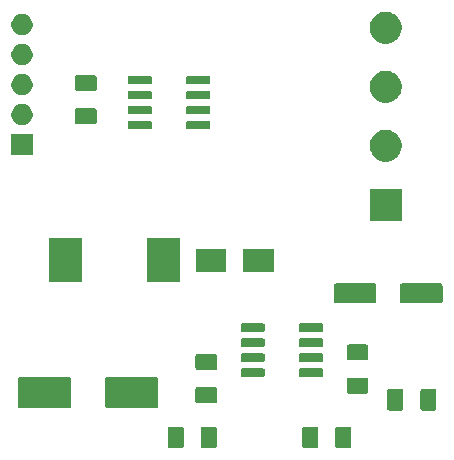
<source format=gbr>
G04 #@! TF.GenerationSoftware,KiCad,Pcbnew,(5.1.5)-3*
G04 #@! TF.CreationDate,2020-03-21T18:19:31+03:00*
G04 #@! TF.ProjectId,CAN+Power v0.1,43414e2b-506f-4776-9572-2076302e312e,rev?*
G04 #@! TF.SameCoordinates,Original*
G04 #@! TF.FileFunction,Soldermask,Top*
G04 #@! TF.FilePolarity,Negative*
%FSLAX46Y46*%
G04 Gerber Fmt 4.6, Leading zero omitted, Abs format (unit mm)*
G04 Created by KiCad (PCBNEW (5.1.5)-3) date 2020-03-21 18:19:31*
%MOMM*%
%LPD*%
G04 APERTURE LIST*
%ADD10C,0.100000*%
G04 APERTURE END LIST*
D10*
G36*
X139718604Y-111878347D02*
G01*
X139755144Y-111889432D01*
X139788821Y-111907433D01*
X139818341Y-111931659D01*
X139842567Y-111961179D01*
X139860568Y-111994856D01*
X139871653Y-112031396D01*
X139876000Y-112075538D01*
X139876000Y-113524462D01*
X139871653Y-113568604D01*
X139860568Y-113605144D01*
X139842567Y-113638821D01*
X139818341Y-113668341D01*
X139788821Y-113692567D01*
X139755144Y-113710568D01*
X139718604Y-113721653D01*
X139674462Y-113726000D01*
X138725538Y-113726000D01*
X138681396Y-113721653D01*
X138644856Y-113710568D01*
X138611179Y-113692567D01*
X138581659Y-113668341D01*
X138557433Y-113638821D01*
X138539432Y-113605144D01*
X138528347Y-113568604D01*
X138524000Y-113524462D01*
X138524000Y-112075538D01*
X138528347Y-112031396D01*
X138539432Y-111994856D01*
X138557433Y-111961179D01*
X138581659Y-111931659D01*
X138611179Y-111907433D01*
X138644856Y-111889432D01*
X138681396Y-111878347D01*
X138725538Y-111874000D01*
X139674462Y-111874000D01*
X139718604Y-111878347D01*
G37*
G36*
X148318604Y-111878347D02*
G01*
X148355144Y-111889432D01*
X148388821Y-111907433D01*
X148418341Y-111931659D01*
X148442567Y-111961179D01*
X148460568Y-111994856D01*
X148471653Y-112031396D01*
X148476000Y-112075538D01*
X148476000Y-113524462D01*
X148471653Y-113568604D01*
X148460568Y-113605144D01*
X148442567Y-113638821D01*
X148418341Y-113668341D01*
X148388821Y-113692567D01*
X148355144Y-113710568D01*
X148318604Y-113721653D01*
X148274462Y-113726000D01*
X147325538Y-113726000D01*
X147281396Y-113721653D01*
X147244856Y-113710568D01*
X147211179Y-113692567D01*
X147181659Y-113668341D01*
X147157433Y-113638821D01*
X147139432Y-113605144D01*
X147128347Y-113568604D01*
X147124000Y-113524462D01*
X147124000Y-112075538D01*
X147128347Y-112031396D01*
X147139432Y-111994856D01*
X147157433Y-111961179D01*
X147181659Y-111931659D01*
X147211179Y-111907433D01*
X147244856Y-111889432D01*
X147281396Y-111878347D01*
X147325538Y-111874000D01*
X148274462Y-111874000D01*
X148318604Y-111878347D01*
G37*
G36*
X151118604Y-111878347D02*
G01*
X151155144Y-111889432D01*
X151188821Y-111907433D01*
X151218341Y-111931659D01*
X151242567Y-111961179D01*
X151260568Y-111994856D01*
X151271653Y-112031396D01*
X151276000Y-112075538D01*
X151276000Y-113524462D01*
X151271653Y-113568604D01*
X151260568Y-113605144D01*
X151242567Y-113638821D01*
X151218341Y-113668341D01*
X151188821Y-113692567D01*
X151155144Y-113710568D01*
X151118604Y-113721653D01*
X151074462Y-113726000D01*
X150125538Y-113726000D01*
X150081396Y-113721653D01*
X150044856Y-113710568D01*
X150011179Y-113692567D01*
X149981659Y-113668341D01*
X149957433Y-113638821D01*
X149939432Y-113605144D01*
X149928347Y-113568604D01*
X149924000Y-113524462D01*
X149924000Y-112075538D01*
X149928347Y-112031396D01*
X149939432Y-111994856D01*
X149957433Y-111961179D01*
X149981659Y-111931659D01*
X150011179Y-111907433D01*
X150044856Y-111889432D01*
X150081396Y-111878347D01*
X150125538Y-111874000D01*
X151074462Y-111874000D01*
X151118604Y-111878347D01*
G37*
G36*
X136918604Y-111878347D02*
G01*
X136955144Y-111889432D01*
X136988821Y-111907433D01*
X137018341Y-111931659D01*
X137042567Y-111961179D01*
X137060568Y-111994856D01*
X137071653Y-112031396D01*
X137076000Y-112075538D01*
X137076000Y-113524462D01*
X137071653Y-113568604D01*
X137060568Y-113605144D01*
X137042567Y-113638821D01*
X137018341Y-113668341D01*
X136988821Y-113692567D01*
X136955144Y-113710568D01*
X136918604Y-113721653D01*
X136874462Y-113726000D01*
X135925538Y-113726000D01*
X135881396Y-113721653D01*
X135844856Y-113710568D01*
X135811179Y-113692567D01*
X135781659Y-113668341D01*
X135757433Y-113638821D01*
X135739432Y-113605144D01*
X135728347Y-113568604D01*
X135724000Y-113524462D01*
X135724000Y-112075538D01*
X135728347Y-112031396D01*
X135739432Y-111994856D01*
X135757433Y-111961179D01*
X135781659Y-111931659D01*
X135811179Y-111907433D01*
X135844856Y-111889432D01*
X135881396Y-111878347D01*
X135925538Y-111874000D01*
X136874462Y-111874000D01*
X136918604Y-111878347D01*
G37*
G36*
X158318604Y-108678347D02*
G01*
X158355144Y-108689432D01*
X158388821Y-108707433D01*
X158418341Y-108731659D01*
X158442567Y-108761179D01*
X158460568Y-108794856D01*
X158471653Y-108831396D01*
X158476000Y-108875538D01*
X158476000Y-110324462D01*
X158471653Y-110368604D01*
X158460568Y-110405144D01*
X158442567Y-110438821D01*
X158418341Y-110468341D01*
X158388821Y-110492567D01*
X158355144Y-110510568D01*
X158318604Y-110521653D01*
X158274462Y-110526000D01*
X157325538Y-110526000D01*
X157281396Y-110521653D01*
X157244856Y-110510568D01*
X157211179Y-110492567D01*
X157181659Y-110468341D01*
X157157433Y-110438821D01*
X157139432Y-110405144D01*
X157128347Y-110368604D01*
X157124000Y-110324462D01*
X157124000Y-108875538D01*
X157128347Y-108831396D01*
X157139432Y-108794856D01*
X157157433Y-108761179D01*
X157181659Y-108731659D01*
X157211179Y-108707433D01*
X157244856Y-108689432D01*
X157281396Y-108678347D01*
X157325538Y-108674000D01*
X158274462Y-108674000D01*
X158318604Y-108678347D01*
G37*
G36*
X155518604Y-108678347D02*
G01*
X155555144Y-108689432D01*
X155588821Y-108707433D01*
X155618341Y-108731659D01*
X155642567Y-108761179D01*
X155660568Y-108794856D01*
X155671653Y-108831396D01*
X155676000Y-108875538D01*
X155676000Y-110324462D01*
X155671653Y-110368604D01*
X155660568Y-110405144D01*
X155642567Y-110438821D01*
X155618341Y-110468341D01*
X155588821Y-110492567D01*
X155555144Y-110510568D01*
X155518604Y-110521653D01*
X155474462Y-110526000D01*
X154525538Y-110526000D01*
X154481396Y-110521653D01*
X154444856Y-110510568D01*
X154411179Y-110492567D01*
X154381659Y-110468341D01*
X154357433Y-110438821D01*
X154339432Y-110405144D01*
X154328347Y-110368604D01*
X154324000Y-110324462D01*
X154324000Y-108875538D01*
X154328347Y-108831396D01*
X154339432Y-108794856D01*
X154357433Y-108761179D01*
X154381659Y-108731659D01*
X154411179Y-108707433D01*
X154444856Y-108689432D01*
X154481396Y-108678347D01*
X154525538Y-108674000D01*
X155474462Y-108674000D01*
X155518604Y-108678347D01*
G37*
G36*
X127421934Y-107702671D02*
G01*
X127451877Y-107711754D01*
X127479465Y-107726500D01*
X127503651Y-107746349D01*
X127523500Y-107770535D01*
X127538246Y-107798123D01*
X127547329Y-107828066D01*
X127551000Y-107865340D01*
X127551000Y-110134660D01*
X127547329Y-110171934D01*
X127538246Y-110201877D01*
X127523500Y-110229465D01*
X127503651Y-110253651D01*
X127479465Y-110273500D01*
X127451877Y-110288246D01*
X127421934Y-110297329D01*
X127384660Y-110301000D01*
X123215340Y-110301000D01*
X123178066Y-110297329D01*
X123148123Y-110288246D01*
X123120535Y-110273500D01*
X123096349Y-110253651D01*
X123076500Y-110229465D01*
X123061754Y-110201877D01*
X123052671Y-110171934D01*
X123049000Y-110134660D01*
X123049000Y-107865340D01*
X123052671Y-107828066D01*
X123061754Y-107798123D01*
X123076500Y-107770535D01*
X123096349Y-107746349D01*
X123120535Y-107726500D01*
X123148123Y-107711754D01*
X123178066Y-107702671D01*
X123215340Y-107699000D01*
X127384660Y-107699000D01*
X127421934Y-107702671D01*
G37*
G36*
X134821934Y-107702671D02*
G01*
X134851877Y-107711754D01*
X134879465Y-107726500D01*
X134903651Y-107746349D01*
X134923500Y-107770535D01*
X134938246Y-107798123D01*
X134947329Y-107828066D01*
X134951000Y-107865340D01*
X134951000Y-110134660D01*
X134947329Y-110171934D01*
X134938246Y-110201877D01*
X134923500Y-110229465D01*
X134903651Y-110253651D01*
X134879465Y-110273500D01*
X134851877Y-110288246D01*
X134821934Y-110297329D01*
X134784660Y-110301000D01*
X130615340Y-110301000D01*
X130578066Y-110297329D01*
X130548123Y-110288246D01*
X130520535Y-110273500D01*
X130496349Y-110253651D01*
X130476500Y-110229465D01*
X130461754Y-110201877D01*
X130452671Y-110171934D01*
X130449000Y-110134660D01*
X130449000Y-107865340D01*
X130452671Y-107828066D01*
X130461754Y-107798123D01*
X130476500Y-107770535D01*
X130496349Y-107746349D01*
X130520535Y-107726500D01*
X130548123Y-107711754D01*
X130578066Y-107702671D01*
X130615340Y-107699000D01*
X134784660Y-107699000D01*
X134821934Y-107702671D01*
G37*
G36*
X139768604Y-108528347D02*
G01*
X139805144Y-108539432D01*
X139838821Y-108557433D01*
X139868341Y-108581659D01*
X139892567Y-108611179D01*
X139910568Y-108644856D01*
X139921653Y-108681396D01*
X139926000Y-108725538D01*
X139926000Y-109674462D01*
X139921653Y-109718604D01*
X139910568Y-109755144D01*
X139892567Y-109788821D01*
X139868341Y-109818341D01*
X139838821Y-109842567D01*
X139805144Y-109860568D01*
X139768604Y-109871653D01*
X139724462Y-109876000D01*
X138275538Y-109876000D01*
X138231396Y-109871653D01*
X138194856Y-109860568D01*
X138161179Y-109842567D01*
X138131659Y-109818341D01*
X138107433Y-109788821D01*
X138089432Y-109755144D01*
X138078347Y-109718604D01*
X138074000Y-109674462D01*
X138074000Y-108725538D01*
X138078347Y-108681396D01*
X138089432Y-108644856D01*
X138107433Y-108611179D01*
X138131659Y-108581659D01*
X138161179Y-108557433D01*
X138194856Y-108539432D01*
X138231396Y-108528347D01*
X138275538Y-108524000D01*
X139724462Y-108524000D01*
X139768604Y-108528347D01*
G37*
G36*
X152568604Y-107728347D02*
G01*
X152605144Y-107739432D01*
X152638821Y-107757433D01*
X152668341Y-107781659D01*
X152692567Y-107811179D01*
X152710568Y-107844856D01*
X152721653Y-107881396D01*
X152726000Y-107925538D01*
X152726000Y-108874462D01*
X152721653Y-108918604D01*
X152710568Y-108955144D01*
X152692567Y-108988821D01*
X152668341Y-109018341D01*
X152638821Y-109042567D01*
X152605144Y-109060568D01*
X152568604Y-109071653D01*
X152524462Y-109076000D01*
X151075538Y-109076000D01*
X151031396Y-109071653D01*
X150994856Y-109060568D01*
X150961179Y-109042567D01*
X150931659Y-109018341D01*
X150907433Y-108988821D01*
X150889432Y-108955144D01*
X150878347Y-108918604D01*
X150874000Y-108874462D01*
X150874000Y-107925538D01*
X150878347Y-107881396D01*
X150889432Y-107844856D01*
X150907433Y-107811179D01*
X150931659Y-107781659D01*
X150961179Y-107757433D01*
X150994856Y-107739432D01*
X151031396Y-107728347D01*
X151075538Y-107724000D01*
X152524462Y-107724000D01*
X152568604Y-107728347D01*
G37*
G36*
X143859928Y-106956764D02*
G01*
X143881009Y-106963160D01*
X143900445Y-106973548D01*
X143917476Y-106987524D01*
X143931452Y-107004555D01*
X143941840Y-107023991D01*
X143948236Y-107045072D01*
X143951000Y-107073140D01*
X143951000Y-107536860D01*
X143948236Y-107564928D01*
X143941840Y-107586009D01*
X143931452Y-107605445D01*
X143917476Y-107622476D01*
X143900445Y-107636452D01*
X143881009Y-107646840D01*
X143859928Y-107653236D01*
X143831860Y-107656000D01*
X142018140Y-107656000D01*
X141990072Y-107653236D01*
X141968991Y-107646840D01*
X141949555Y-107636452D01*
X141932524Y-107622476D01*
X141918548Y-107605445D01*
X141908160Y-107586009D01*
X141901764Y-107564928D01*
X141899000Y-107536860D01*
X141899000Y-107073140D01*
X141901764Y-107045072D01*
X141908160Y-107023991D01*
X141918548Y-107004555D01*
X141932524Y-106987524D01*
X141949555Y-106973548D01*
X141968991Y-106963160D01*
X141990072Y-106956764D01*
X142018140Y-106954000D01*
X143831860Y-106954000D01*
X143859928Y-106956764D01*
G37*
G36*
X148809928Y-106956764D02*
G01*
X148831009Y-106963160D01*
X148850445Y-106973548D01*
X148867476Y-106987524D01*
X148881452Y-107004555D01*
X148891840Y-107023991D01*
X148898236Y-107045072D01*
X148901000Y-107073140D01*
X148901000Y-107536860D01*
X148898236Y-107564928D01*
X148891840Y-107586009D01*
X148881452Y-107605445D01*
X148867476Y-107622476D01*
X148850445Y-107636452D01*
X148831009Y-107646840D01*
X148809928Y-107653236D01*
X148781860Y-107656000D01*
X146968140Y-107656000D01*
X146940072Y-107653236D01*
X146918991Y-107646840D01*
X146899555Y-107636452D01*
X146882524Y-107622476D01*
X146868548Y-107605445D01*
X146858160Y-107586009D01*
X146851764Y-107564928D01*
X146849000Y-107536860D01*
X146849000Y-107073140D01*
X146851764Y-107045072D01*
X146858160Y-107023991D01*
X146868548Y-107004555D01*
X146882524Y-106987524D01*
X146899555Y-106973548D01*
X146918991Y-106963160D01*
X146940072Y-106956764D01*
X146968140Y-106954000D01*
X148781860Y-106954000D01*
X148809928Y-106956764D01*
G37*
G36*
X139768604Y-105728347D02*
G01*
X139805144Y-105739432D01*
X139838821Y-105757433D01*
X139868341Y-105781659D01*
X139892567Y-105811179D01*
X139910568Y-105844856D01*
X139921653Y-105881396D01*
X139926000Y-105925538D01*
X139926000Y-106874462D01*
X139921653Y-106918604D01*
X139910568Y-106955144D01*
X139892567Y-106988821D01*
X139868341Y-107018341D01*
X139838821Y-107042567D01*
X139805144Y-107060568D01*
X139768604Y-107071653D01*
X139724462Y-107076000D01*
X138275538Y-107076000D01*
X138231396Y-107071653D01*
X138194856Y-107060568D01*
X138161179Y-107042567D01*
X138131659Y-107018341D01*
X138107433Y-106988821D01*
X138089432Y-106955144D01*
X138078347Y-106918604D01*
X138074000Y-106874462D01*
X138074000Y-105925538D01*
X138078347Y-105881396D01*
X138089432Y-105844856D01*
X138107433Y-105811179D01*
X138131659Y-105781659D01*
X138161179Y-105757433D01*
X138194856Y-105739432D01*
X138231396Y-105728347D01*
X138275538Y-105724000D01*
X139724462Y-105724000D01*
X139768604Y-105728347D01*
G37*
G36*
X148809928Y-105686764D02*
G01*
X148831009Y-105693160D01*
X148850445Y-105703548D01*
X148867476Y-105717524D01*
X148881452Y-105734555D01*
X148891840Y-105753991D01*
X148898236Y-105775072D01*
X148901000Y-105803140D01*
X148901000Y-106266860D01*
X148898236Y-106294928D01*
X148891840Y-106316009D01*
X148881452Y-106335445D01*
X148867476Y-106352476D01*
X148850445Y-106366452D01*
X148831009Y-106376840D01*
X148809928Y-106383236D01*
X148781860Y-106386000D01*
X146968140Y-106386000D01*
X146940072Y-106383236D01*
X146918991Y-106376840D01*
X146899555Y-106366452D01*
X146882524Y-106352476D01*
X146868548Y-106335445D01*
X146858160Y-106316009D01*
X146851764Y-106294928D01*
X146849000Y-106266860D01*
X146849000Y-105803140D01*
X146851764Y-105775072D01*
X146858160Y-105753991D01*
X146868548Y-105734555D01*
X146882524Y-105717524D01*
X146899555Y-105703548D01*
X146918991Y-105693160D01*
X146940072Y-105686764D01*
X146968140Y-105684000D01*
X148781860Y-105684000D01*
X148809928Y-105686764D01*
G37*
G36*
X143859928Y-105686764D02*
G01*
X143881009Y-105693160D01*
X143900445Y-105703548D01*
X143917476Y-105717524D01*
X143931452Y-105734555D01*
X143941840Y-105753991D01*
X143948236Y-105775072D01*
X143951000Y-105803140D01*
X143951000Y-106266860D01*
X143948236Y-106294928D01*
X143941840Y-106316009D01*
X143931452Y-106335445D01*
X143917476Y-106352476D01*
X143900445Y-106366452D01*
X143881009Y-106376840D01*
X143859928Y-106383236D01*
X143831860Y-106386000D01*
X142018140Y-106386000D01*
X141990072Y-106383236D01*
X141968991Y-106376840D01*
X141949555Y-106366452D01*
X141932524Y-106352476D01*
X141918548Y-106335445D01*
X141908160Y-106316009D01*
X141901764Y-106294928D01*
X141899000Y-106266860D01*
X141899000Y-105803140D01*
X141901764Y-105775072D01*
X141908160Y-105753991D01*
X141918548Y-105734555D01*
X141932524Y-105717524D01*
X141949555Y-105703548D01*
X141968991Y-105693160D01*
X141990072Y-105686764D01*
X142018140Y-105684000D01*
X143831860Y-105684000D01*
X143859928Y-105686764D01*
G37*
G36*
X152568604Y-104928347D02*
G01*
X152605144Y-104939432D01*
X152638821Y-104957433D01*
X152668341Y-104981659D01*
X152692567Y-105011179D01*
X152710568Y-105044856D01*
X152721653Y-105081396D01*
X152726000Y-105125538D01*
X152726000Y-106074462D01*
X152721653Y-106118604D01*
X152710568Y-106155144D01*
X152692567Y-106188821D01*
X152668341Y-106218341D01*
X152638821Y-106242567D01*
X152605144Y-106260568D01*
X152568604Y-106271653D01*
X152524462Y-106276000D01*
X151075538Y-106276000D01*
X151031396Y-106271653D01*
X150994856Y-106260568D01*
X150961179Y-106242567D01*
X150931659Y-106218341D01*
X150907433Y-106188821D01*
X150889432Y-106155144D01*
X150878347Y-106118604D01*
X150874000Y-106074462D01*
X150874000Y-105125538D01*
X150878347Y-105081396D01*
X150889432Y-105044856D01*
X150907433Y-105011179D01*
X150931659Y-104981659D01*
X150961179Y-104957433D01*
X150994856Y-104939432D01*
X151031396Y-104928347D01*
X151075538Y-104924000D01*
X152524462Y-104924000D01*
X152568604Y-104928347D01*
G37*
G36*
X148809928Y-104416764D02*
G01*
X148831009Y-104423160D01*
X148850445Y-104433548D01*
X148867476Y-104447524D01*
X148881452Y-104464555D01*
X148891840Y-104483991D01*
X148898236Y-104505072D01*
X148901000Y-104533140D01*
X148901000Y-104996860D01*
X148898236Y-105024928D01*
X148891840Y-105046009D01*
X148881452Y-105065445D01*
X148867476Y-105082476D01*
X148850445Y-105096452D01*
X148831009Y-105106840D01*
X148809928Y-105113236D01*
X148781860Y-105116000D01*
X146968140Y-105116000D01*
X146940072Y-105113236D01*
X146918991Y-105106840D01*
X146899555Y-105096452D01*
X146882524Y-105082476D01*
X146868548Y-105065445D01*
X146858160Y-105046009D01*
X146851764Y-105024928D01*
X146849000Y-104996860D01*
X146849000Y-104533140D01*
X146851764Y-104505072D01*
X146858160Y-104483991D01*
X146868548Y-104464555D01*
X146882524Y-104447524D01*
X146899555Y-104433548D01*
X146918991Y-104423160D01*
X146940072Y-104416764D01*
X146968140Y-104414000D01*
X148781860Y-104414000D01*
X148809928Y-104416764D01*
G37*
G36*
X143859928Y-104416764D02*
G01*
X143881009Y-104423160D01*
X143900445Y-104433548D01*
X143917476Y-104447524D01*
X143931452Y-104464555D01*
X143941840Y-104483991D01*
X143948236Y-104505072D01*
X143951000Y-104533140D01*
X143951000Y-104996860D01*
X143948236Y-105024928D01*
X143941840Y-105046009D01*
X143931452Y-105065445D01*
X143917476Y-105082476D01*
X143900445Y-105096452D01*
X143881009Y-105106840D01*
X143859928Y-105113236D01*
X143831860Y-105116000D01*
X142018140Y-105116000D01*
X141990072Y-105113236D01*
X141968991Y-105106840D01*
X141949555Y-105096452D01*
X141932524Y-105082476D01*
X141918548Y-105065445D01*
X141908160Y-105046009D01*
X141901764Y-105024928D01*
X141899000Y-104996860D01*
X141899000Y-104533140D01*
X141901764Y-104505072D01*
X141908160Y-104483991D01*
X141918548Y-104464555D01*
X141932524Y-104447524D01*
X141949555Y-104433548D01*
X141968991Y-104423160D01*
X141990072Y-104416764D01*
X142018140Y-104414000D01*
X143831860Y-104414000D01*
X143859928Y-104416764D01*
G37*
G36*
X148809928Y-103146764D02*
G01*
X148831009Y-103153160D01*
X148850445Y-103163548D01*
X148867476Y-103177524D01*
X148881452Y-103194555D01*
X148891840Y-103213991D01*
X148898236Y-103235072D01*
X148901000Y-103263140D01*
X148901000Y-103726860D01*
X148898236Y-103754928D01*
X148891840Y-103776009D01*
X148881452Y-103795445D01*
X148867476Y-103812476D01*
X148850445Y-103826452D01*
X148831009Y-103836840D01*
X148809928Y-103843236D01*
X148781860Y-103846000D01*
X146968140Y-103846000D01*
X146940072Y-103843236D01*
X146918991Y-103836840D01*
X146899555Y-103826452D01*
X146882524Y-103812476D01*
X146868548Y-103795445D01*
X146858160Y-103776009D01*
X146851764Y-103754928D01*
X146849000Y-103726860D01*
X146849000Y-103263140D01*
X146851764Y-103235072D01*
X146858160Y-103213991D01*
X146868548Y-103194555D01*
X146882524Y-103177524D01*
X146899555Y-103163548D01*
X146918991Y-103153160D01*
X146940072Y-103146764D01*
X146968140Y-103144000D01*
X148781860Y-103144000D01*
X148809928Y-103146764D01*
G37*
G36*
X143859928Y-103146764D02*
G01*
X143881009Y-103153160D01*
X143900445Y-103163548D01*
X143917476Y-103177524D01*
X143931452Y-103194555D01*
X143941840Y-103213991D01*
X143948236Y-103235072D01*
X143951000Y-103263140D01*
X143951000Y-103726860D01*
X143948236Y-103754928D01*
X143941840Y-103776009D01*
X143931452Y-103795445D01*
X143917476Y-103812476D01*
X143900445Y-103826452D01*
X143881009Y-103836840D01*
X143859928Y-103843236D01*
X143831860Y-103846000D01*
X142018140Y-103846000D01*
X141990072Y-103843236D01*
X141968991Y-103836840D01*
X141949555Y-103826452D01*
X141932524Y-103812476D01*
X141918548Y-103795445D01*
X141908160Y-103776009D01*
X141901764Y-103754928D01*
X141899000Y-103726860D01*
X141899000Y-103263140D01*
X141901764Y-103235072D01*
X141908160Y-103213991D01*
X141918548Y-103194555D01*
X141932524Y-103177524D01*
X141949555Y-103163548D01*
X141968991Y-103153160D01*
X141990072Y-103146764D01*
X142018140Y-103144000D01*
X143831860Y-103144000D01*
X143859928Y-103146764D01*
G37*
G36*
X153255997Y-99753051D02*
G01*
X153289652Y-99763261D01*
X153320665Y-99779838D01*
X153347851Y-99802149D01*
X153370162Y-99829335D01*
X153386739Y-99860348D01*
X153396949Y-99894003D01*
X153401000Y-99935138D01*
X153401000Y-101264862D01*
X153396949Y-101305997D01*
X153386739Y-101339652D01*
X153370162Y-101370665D01*
X153347851Y-101397851D01*
X153320665Y-101420162D01*
X153289652Y-101436739D01*
X153255997Y-101446949D01*
X153214862Y-101451000D01*
X149985138Y-101451000D01*
X149944003Y-101446949D01*
X149910348Y-101436739D01*
X149879335Y-101420162D01*
X149852149Y-101397851D01*
X149829838Y-101370665D01*
X149813261Y-101339652D01*
X149803051Y-101305997D01*
X149799000Y-101264862D01*
X149799000Y-99935138D01*
X149803051Y-99894003D01*
X149813261Y-99860348D01*
X149829838Y-99829335D01*
X149852149Y-99802149D01*
X149879335Y-99779838D01*
X149910348Y-99763261D01*
X149944003Y-99753051D01*
X149985138Y-99749000D01*
X153214862Y-99749000D01*
X153255997Y-99753051D01*
G37*
G36*
X158856392Y-99753042D02*
G01*
X158889951Y-99763223D01*
X158920884Y-99779757D01*
X158947995Y-99802005D01*
X158970243Y-99829116D01*
X158986777Y-99860049D01*
X158996958Y-99893608D01*
X159001000Y-99934652D01*
X159001000Y-101265348D01*
X158996958Y-101306392D01*
X158986777Y-101339951D01*
X158970243Y-101370884D01*
X158947995Y-101397995D01*
X158920884Y-101420243D01*
X158889951Y-101436777D01*
X158856392Y-101446958D01*
X158815348Y-101451000D01*
X155584652Y-101451000D01*
X155543608Y-101446958D01*
X155510049Y-101436777D01*
X155479116Y-101420243D01*
X155452005Y-101397995D01*
X155429757Y-101370884D01*
X155413223Y-101339951D01*
X155403042Y-101306392D01*
X155399000Y-101265348D01*
X155399000Y-99934652D01*
X155403042Y-99893608D01*
X155413223Y-99860049D01*
X155429757Y-99829116D01*
X155452005Y-99802005D01*
X155479116Y-99779757D01*
X155510049Y-99763223D01*
X155543608Y-99753042D01*
X155584652Y-99749000D01*
X158815348Y-99749000D01*
X158856392Y-99753042D01*
G37*
G36*
X136751000Y-99651000D02*
G01*
X133949000Y-99651000D01*
X133949000Y-95949000D01*
X136751000Y-95949000D01*
X136751000Y-99651000D01*
G37*
G36*
X128451000Y-99651000D02*
G01*
X125649000Y-99651000D01*
X125649000Y-95949000D01*
X128451000Y-95949000D01*
X128451000Y-99651000D01*
G37*
G36*
X144701000Y-98751000D02*
G01*
X142099000Y-98751000D01*
X142099000Y-96849000D01*
X144701000Y-96849000D01*
X144701000Y-98751000D01*
G37*
G36*
X140701000Y-98751000D02*
G01*
X138099000Y-98751000D01*
X138099000Y-96849000D01*
X140701000Y-96849000D01*
X140701000Y-98751000D01*
G37*
G36*
X155551000Y-94451000D02*
G01*
X152849000Y-94451000D01*
X152849000Y-91749000D01*
X155551000Y-91749000D01*
X155551000Y-94451000D01*
G37*
G36*
X154594072Y-86800918D02*
G01*
X154839939Y-86902759D01*
X155061212Y-87050610D01*
X155249390Y-87238788D01*
X155397241Y-87460061D01*
X155499082Y-87705928D01*
X155551000Y-87966938D01*
X155551000Y-88233062D01*
X155499082Y-88494072D01*
X155397241Y-88739939D01*
X155249390Y-88961212D01*
X155061212Y-89149390D01*
X154839939Y-89297241D01*
X154839938Y-89297242D01*
X154839937Y-89297242D01*
X154594072Y-89399082D01*
X154333063Y-89451000D01*
X154066937Y-89451000D01*
X153805928Y-89399082D01*
X153560063Y-89297242D01*
X153560062Y-89297242D01*
X153560061Y-89297241D01*
X153338788Y-89149390D01*
X153150610Y-88961212D01*
X153002759Y-88739939D01*
X152900918Y-88494072D01*
X152849000Y-88233062D01*
X152849000Y-87966938D01*
X152900918Y-87705928D01*
X153002759Y-87460061D01*
X153150610Y-87238788D01*
X153338788Y-87050610D01*
X153560061Y-86902759D01*
X153805928Y-86800918D01*
X154066937Y-86749000D01*
X154333063Y-86749000D01*
X154594072Y-86800918D01*
G37*
G36*
X124301000Y-88901000D02*
G01*
X122499000Y-88901000D01*
X122499000Y-87099000D01*
X124301000Y-87099000D01*
X124301000Y-88901000D01*
G37*
G36*
X139249928Y-86016764D02*
G01*
X139271009Y-86023160D01*
X139290445Y-86033548D01*
X139307476Y-86047524D01*
X139321452Y-86064555D01*
X139331840Y-86083991D01*
X139338236Y-86105072D01*
X139341000Y-86133140D01*
X139341000Y-86596860D01*
X139338236Y-86624928D01*
X139331840Y-86646009D01*
X139321452Y-86665445D01*
X139307476Y-86682476D01*
X139290445Y-86696452D01*
X139271009Y-86706840D01*
X139249928Y-86713236D01*
X139221860Y-86716000D01*
X137408140Y-86716000D01*
X137380072Y-86713236D01*
X137358991Y-86706840D01*
X137339555Y-86696452D01*
X137322524Y-86682476D01*
X137308548Y-86665445D01*
X137298160Y-86646009D01*
X137291764Y-86624928D01*
X137289000Y-86596860D01*
X137289000Y-86133140D01*
X137291764Y-86105072D01*
X137298160Y-86083991D01*
X137308548Y-86064555D01*
X137322524Y-86047524D01*
X137339555Y-86033548D01*
X137358991Y-86023160D01*
X137380072Y-86016764D01*
X137408140Y-86014000D01*
X139221860Y-86014000D01*
X139249928Y-86016764D01*
G37*
G36*
X134299928Y-86016764D02*
G01*
X134321009Y-86023160D01*
X134340445Y-86033548D01*
X134357476Y-86047524D01*
X134371452Y-86064555D01*
X134381840Y-86083991D01*
X134388236Y-86105072D01*
X134391000Y-86133140D01*
X134391000Y-86596860D01*
X134388236Y-86624928D01*
X134381840Y-86646009D01*
X134371452Y-86665445D01*
X134357476Y-86682476D01*
X134340445Y-86696452D01*
X134321009Y-86706840D01*
X134299928Y-86713236D01*
X134271860Y-86716000D01*
X132458140Y-86716000D01*
X132430072Y-86713236D01*
X132408991Y-86706840D01*
X132389555Y-86696452D01*
X132372524Y-86682476D01*
X132358548Y-86665445D01*
X132348160Y-86646009D01*
X132341764Y-86624928D01*
X132339000Y-86596860D01*
X132339000Y-86133140D01*
X132341764Y-86105072D01*
X132348160Y-86083991D01*
X132358548Y-86064555D01*
X132372524Y-86047524D01*
X132389555Y-86033548D01*
X132408991Y-86023160D01*
X132430072Y-86016764D01*
X132458140Y-86014000D01*
X134271860Y-86014000D01*
X134299928Y-86016764D01*
G37*
G36*
X123513512Y-84563927D02*
G01*
X123662812Y-84593624D01*
X123826784Y-84661544D01*
X123974354Y-84760147D01*
X124099853Y-84885646D01*
X124198456Y-85033216D01*
X124266376Y-85197188D01*
X124280958Y-85270500D01*
X124300353Y-85368003D01*
X124301000Y-85371259D01*
X124301000Y-85548741D01*
X124266376Y-85722812D01*
X124198456Y-85886784D01*
X124099853Y-86034354D01*
X123974354Y-86159853D01*
X123826784Y-86258456D01*
X123662812Y-86326376D01*
X123513512Y-86356073D01*
X123488742Y-86361000D01*
X123311258Y-86361000D01*
X123286488Y-86356073D01*
X123137188Y-86326376D01*
X122973216Y-86258456D01*
X122825646Y-86159853D01*
X122700147Y-86034354D01*
X122601544Y-85886784D01*
X122533624Y-85722812D01*
X122499000Y-85548741D01*
X122499000Y-85371259D01*
X122499648Y-85368003D01*
X122519042Y-85270500D01*
X122533624Y-85197188D01*
X122601544Y-85033216D01*
X122700147Y-84885646D01*
X122825646Y-84760147D01*
X122973216Y-84661544D01*
X123137188Y-84593624D01*
X123286488Y-84563927D01*
X123311258Y-84559000D01*
X123488742Y-84559000D01*
X123513512Y-84563927D01*
G37*
G36*
X129568604Y-84928347D02*
G01*
X129605144Y-84939432D01*
X129638821Y-84957433D01*
X129668341Y-84981659D01*
X129692567Y-85011179D01*
X129710568Y-85044856D01*
X129721653Y-85081396D01*
X129726000Y-85125538D01*
X129726000Y-86074462D01*
X129721653Y-86118604D01*
X129710568Y-86155144D01*
X129692567Y-86188821D01*
X129668341Y-86218341D01*
X129638821Y-86242567D01*
X129605144Y-86260568D01*
X129568604Y-86271653D01*
X129524462Y-86276000D01*
X128075538Y-86276000D01*
X128031396Y-86271653D01*
X127994856Y-86260568D01*
X127961179Y-86242567D01*
X127931659Y-86218341D01*
X127907433Y-86188821D01*
X127889432Y-86155144D01*
X127878347Y-86118604D01*
X127874000Y-86074462D01*
X127874000Y-85125538D01*
X127878347Y-85081396D01*
X127889432Y-85044856D01*
X127907433Y-85011179D01*
X127931659Y-84981659D01*
X127961179Y-84957433D01*
X127994856Y-84939432D01*
X128031396Y-84928347D01*
X128075538Y-84924000D01*
X129524462Y-84924000D01*
X129568604Y-84928347D01*
G37*
G36*
X134299928Y-84746764D02*
G01*
X134321009Y-84753160D01*
X134340445Y-84763548D01*
X134357476Y-84777524D01*
X134371452Y-84794555D01*
X134381840Y-84813991D01*
X134388236Y-84835072D01*
X134391000Y-84863140D01*
X134391000Y-85326860D01*
X134388236Y-85354928D01*
X134381840Y-85376009D01*
X134371452Y-85395445D01*
X134357476Y-85412476D01*
X134340445Y-85426452D01*
X134321009Y-85436840D01*
X134299928Y-85443236D01*
X134271860Y-85446000D01*
X132458140Y-85446000D01*
X132430072Y-85443236D01*
X132408991Y-85436840D01*
X132389555Y-85426452D01*
X132372524Y-85412476D01*
X132358548Y-85395445D01*
X132348160Y-85376009D01*
X132341764Y-85354928D01*
X132339000Y-85326860D01*
X132339000Y-84863140D01*
X132341764Y-84835072D01*
X132348160Y-84813991D01*
X132358548Y-84794555D01*
X132372524Y-84777524D01*
X132389555Y-84763548D01*
X132408991Y-84753160D01*
X132430072Y-84746764D01*
X132458140Y-84744000D01*
X134271860Y-84744000D01*
X134299928Y-84746764D01*
G37*
G36*
X139249928Y-84746764D02*
G01*
X139271009Y-84753160D01*
X139290445Y-84763548D01*
X139307476Y-84777524D01*
X139321452Y-84794555D01*
X139331840Y-84813991D01*
X139338236Y-84835072D01*
X139341000Y-84863140D01*
X139341000Y-85326860D01*
X139338236Y-85354928D01*
X139331840Y-85376009D01*
X139321452Y-85395445D01*
X139307476Y-85412476D01*
X139290445Y-85426452D01*
X139271009Y-85436840D01*
X139249928Y-85443236D01*
X139221860Y-85446000D01*
X137408140Y-85446000D01*
X137380072Y-85443236D01*
X137358991Y-85436840D01*
X137339555Y-85426452D01*
X137322524Y-85412476D01*
X137308548Y-85395445D01*
X137298160Y-85376009D01*
X137291764Y-85354928D01*
X137289000Y-85326860D01*
X137289000Y-84863140D01*
X137291764Y-84835072D01*
X137298160Y-84813991D01*
X137308548Y-84794555D01*
X137322524Y-84777524D01*
X137339555Y-84763548D01*
X137358991Y-84753160D01*
X137380072Y-84746764D01*
X137408140Y-84744000D01*
X139221860Y-84744000D01*
X139249928Y-84746764D01*
G37*
G36*
X154594072Y-81800918D02*
G01*
X154839939Y-81902759D01*
X154951328Y-81977187D01*
X155061211Y-82050609D01*
X155249391Y-82238789D01*
X155397242Y-82460063D01*
X155499082Y-82705928D01*
X155551000Y-82966937D01*
X155551000Y-83233063D01*
X155499082Y-83494072D01*
X155446983Y-83619852D01*
X155397241Y-83739939D01*
X155343077Y-83821000D01*
X155249391Y-83961211D01*
X155061211Y-84149391D01*
X155021388Y-84176000D01*
X154839939Y-84297241D01*
X154839938Y-84297242D01*
X154839937Y-84297242D01*
X154594072Y-84399082D01*
X154333063Y-84451000D01*
X154066937Y-84451000D01*
X153805928Y-84399082D01*
X153560063Y-84297242D01*
X153560062Y-84297242D01*
X153560061Y-84297241D01*
X153378612Y-84176000D01*
X153338789Y-84149391D01*
X153150609Y-83961211D01*
X153056923Y-83821000D01*
X153002759Y-83739939D01*
X152953018Y-83619852D01*
X152900918Y-83494072D01*
X152849000Y-83233063D01*
X152849000Y-82966937D01*
X152900918Y-82705928D01*
X153002758Y-82460063D01*
X153150609Y-82238789D01*
X153338789Y-82050609D01*
X153448672Y-81977187D01*
X153560061Y-81902759D01*
X153805928Y-81800918D01*
X154066937Y-81749000D01*
X154333063Y-81749000D01*
X154594072Y-81800918D01*
G37*
G36*
X139249928Y-83476764D02*
G01*
X139271009Y-83483160D01*
X139290445Y-83493548D01*
X139307476Y-83507524D01*
X139321452Y-83524555D01*
X139331840Y-83543991D01*
X139338236Y-83565072D01*
X139341000Y-83593140D01*
X139341000Y-84056860D01*
X139338236Y-84084928D01*
X139331840Y-84106009D01*
X139321452Y-84125445D01*
X139307476Y-84142476D01*
X139290445Y-84156452D01*
X139271009Y-84166840D01*
X139249928Y-84173236D01*
X139221860Y-84176000D01*
X137408140Y-84176000D01*
X137380072Y-84173236D01*
X137358991Y-84166840D01*
X137339555Y-84156452D01*
X137322524Y-84142476D01*
X137308548Y-84125445D01*
X137298160Y-84106009D01*
X137291764Y-84084928D01*
X137289000Y-84056860D01*
X137289000Y-83593140D01*
X137291764Y-83565072D01*
X137298160Y-83543991D01*
X137308548Y-83524555D01*
X137322524Y-83507524D01*
X137339555Y-83493548D01*
X137358991Y-83483160D01*
X137380072Y-83476764D01*
X137408140Y-83474000D01*
X139221860Y-83474000D01*
X139249928Y-83476764D01*
G37*
G36*
X134299928Y-83476764D02*
G01*
X134321009Y-83483160D01*
X134340445Y-83493548D01*
X134357476Y-83507524D01*
X134371452Y-83524555D01*
X134381840Y-83543991D01*
X134388236Y-83565072D01*
X134391000Y-83593140D01*
X134391000Y-84056860D01*
X134388236Y-84084928D01*
X134381840Y-84106009D01*
X134371452Y-84125445D01*
X134357476Y-84142476D01*
X134340445Y-84156452D01*
X134321009Y-84166840D01*
X134299928Y-84173236D01*
X134271860Y-84176000D01*
X132458140Y-84176000D01*
X132430072Y-84173236D01*
X132408991Y-84166840D01*
X132389555Y-84156452D01*
X132372524Y-84142476D01*
X132358548Y-84125445D01*
X132348160Y-84106009D01*
X132341764Y-84084928D01*
X132339000Y-84056860D01*
X132339000Y-83593140D01*
X132341764Y-83565072D01*
X132348160Y-83543991D01*
X132358548Y-83524555D01*
X132372524Y-83507524D01*
X132389555Y-83493548D01*
X132408991Y-83483160D01*
X132430072Y-83476764D01*
X132458140Y-83474000D01*
X134271860Y-83474000D01*
X134299928Y-83476764D01*
G37*
G36*
X123513512Y-82023927D02*
G01*
X123662812Y-82053624D01*
X123826784Y-82121544D01*
X123974354Y-82220147D01*
X124099853Y-82345646D01*
X124198456Y-82493216D01*
X124266376Y-82657188D01*
X124280958Y-82730500D01*
X124300353Y-82828003D01*
X124301000Y-82831259D01*
X124301000Y-83008741D01*
X124266376Y-83182812D01*
X124198456Y-83346784D01*
X124099853Y-83494354D01*
X123974354Y-83619853D01*
X123826784Y-83718456D01*
X123662812Y-83786376D01*
X123513512Y-83816073D01*
X123488742Y-83821000D01*
X123311258Y-83821000D01*
X123286488Y-83816073D01*
X123137188Y-83786376D01*
X122973216Y-83718456D01*
X122825646Y-83619853D01*
X122700147Y-83494354D01*
X122601544Y-83346784D01*
X122533624Y-83182812D01*
X122499000Y-83008741D01*
X122499000Y-82831259D01*
X122499648Y-82828003D01*
X122519042Y-82730500D01*
X122533624Y-82657188D01*
X122601544Y-82493216D01*
X122700147Y-82345646D01*
X122825646Y-82220147D01*
X122973216Y-82121544D01*
X123137188Y-82053624D01*
X123286488Y-82023927D01*
X123311258Y-82019000D01*
X123488742Y-82019000D01*
X123513512Y-82023927D01*
G37*
G36*
X129568604Y-82128347D02*
G01*
X129605144Y-82139432D01*
X129638821Y-82157433D01*
X129668341Y-82181659D01*
X129692567Y-82211179D01*
X129710568Y-82244856D01*
X129721653Y-82281396D01*
X129726000Y-82325538D01*
X129726000Y-83274462D01*
X129721653Y-83318604D01*
X129710568Y-83355144D01*
X129692567Y-83388821D01*
X129668341Y-83418341D01*
X129638821Y-83442567D01*
X129605144Y-83460568D01*
X129568604Y-83471653D01*
X129524462Y-83476000D01*
X128075538Y-83476000D01*
X128031396Y-83471653D01*
X127994856Y-83460568D01*
X127961179Y-83442567D01*
X127931659Y-83418341D01*
X127907433Y-83388821D01*
X127889432Y-83355144D01*
X127878347Y-83318604D01*
X127874000Y-83274462D01*
X127874000Y-82325538D01*
X127878347Y-82281396D01*
X127889432Y-82244856D01*
X127907433Y-82211179D01*
X127931659Y-82181659D01*
X127961179Y-82157433D01*
X127994856Y-82139432D01*
X128031396Y-82128347D01*
X128075538Y-82124000D01*
X129524462Y-82124000D01*
X129568604Y-82128347D01*
G37*
G36*
X139249928Y-82206764D02*
G01*
X139271009Y-82213160D01*
X139290445Y-82223548D01*
X139307476Y-82237524D01*
X139321452Y-82254555D01*
X139331840Y-82273991D01*
X139338236Y-82295072D01*
X139341000Y-82323140D01*
X139341000Y-82786860D01*
X139338236Y-82814928D01*
X139331840Y-82836009D01*
X139321452Y-82855445D01*
X139307476Y-82872476D01*
X139290445Y-82886452D01*
X139271009Y-82896840D01*
X139249928Y-82903236D01*
X139221860Y-82906000D01*
X137408140Y-82906000D01*
X137380072Y-82903236D01*
X137358991Y-82896840D01*
X137339555Y-82886452D01*
X137322524Y-82872476D01*
X137308548Y-82855445D01*
X137298160Y-82836009D01*
X137291764Y-82814928D01*
X137289000Y-82786860D01*
X137289000Y-82323140D01*
X137291764Y-82295072D01*
X137298160Y-82273991D01*
X137308548Y-82254555D01*
X137322524Y-82237524D01*
X137339555Y-82223548D01*
X137358991Y-82213160D01*
X137380072Y-82206764D01*
X137408140Y-82204000D01*
X139221860Y-82204000D01*
X139249928Y-82206764D01*
G37*
G36*
X134299928Y-82206764D02*
G01*
X134321009Y-82213160D01*
X134340445Y-82223548D01*
X134357476Y-82237524D01*
X134371452Y-82254555D01*
X134381840Y-82273991D01*
X134388236Y-82295072D01*
X134391000Y-82323140D01*
X134391000Y-82786860D01*
X134388236Y-82814928D01*
X134381840Y-82836009D01*
X134371452Y-82855445D01*
X134357476Y-82872476D01*
X134340445Y-82886452D01*
X134321009Y-82896840D01*
X134299928Y-82903236D01*
X134271860Y-82906000D01*
X132458140Y-82906000D01*
X132430072Y-82903236D01*
X132408991Y-82896840D01*
X132389555Y-82886452D01*
X132372524Y-82872476D01*
X132358548Y-82855445D01*
X132348160Y-82836009D01*
X132341764Y-82814928D01*
X132339000Y-82786860D01*
X132339000Y-82323140D01*
X132341764Y-82295072D01*
X132348160Y-82273991D01*
X132358548Y-82254555D01*
X132372524Y-82237524D01*
X132389555Y-82223548D01*
X132408991Y-82213160D01*
X132430072Y-82206764D01*
X132458140Y-82204000D01*
X134271860Y-82204000D01*
X134299928Y-82206764D01*
G37*
G36*
X123513512Y-79483927D02*
G01*
X123662812Y-79513624D01*
X123826784Y-79581544D01*
X123974354Y-79680147D01*
X124099853Y-79805646D01*
X124198456Y-79953216D01*
X124266376Y-80117188D01*
X124301000Y-80291259D01*
X124301000Y-80468741D01*
X124266376Y-80642812D01*
X124198456Y-80806784D01*
X124099853Y-80954354D01*
X123974354Y-81079853D01*
X123826784Y-81178456D01*
X123662812Y-81246376D01*
X123513512Y-81276073D01*
X123488742Y-81281000D01*
X123311258Y-81281000D01*
X123286488Y-81276073D01*
X123137188Y-81246376D01*
X122973216Y-81178456D01*
X122825646Y-81079853D01*
X122700147Y-80954354D01*
X122601544Y-80806784D01*
X122533624Y-80642812D01*
X122499000Y-80468741D01*
X122499000Y-80291259D01*
X122533624Y-80117188D01*
X122601544Y-79953216D01*
X122700147Y-79805646D01*
X122825646Y-79680147D01*
X122973216Y-79581544D01*
X123137188Y-79513624D01*
X123286488Y-79483927D01*
X123311258Y-79479000D01*
X123488742Y-79479000D01*
X123513512Y-79483927D01*
G37*
G36*
X154594072Y-76800918D02*
G01*
X154839939Y-76902759D01*
X154894177Y-76939000D01*
X155061211Y-77050609D01*
X155249391Y-77238789D01*
X155397242Y-77460063D01*
X155499082Y-77705928D01*
X155551000Y-77966937D01*
X155551000Y-78233063D01*
X155499082Y-78494072D01*
X155439277Y-78638456D01*
X155397241Y-78739939D01*
X155249390Y-78961212D01*
X155061212Y-79149390D01*
X154839939Y-79297241D01*
X154839938Y-79297242D01*
X154839937Y-79297242D01*
X154594072Y-79399082D01*
X154333063Y-79451000D01*
X154066937Y-79451000D01*
X153805928Y-79399082D01*
X153560063Y-79297242D01*
X153560062Y-79297242D01*
X153560061Y-79297241D01*
X153338788Y-79149390D01*
X153150610Y-78961212D01*
X153002759Y-78739939D01*
X152960724Y-78638456D01*
X152900918Y-78494072D01*
X152849000Y-78233063D01*
X152849000Y-77966937D01*
X152900918Y-77705928D01*
X153002758Y-77460063D01*
X153150609Y-77238789D01*
X153338789Y-77050609D01*
X153505823Y-76939000D01*
X153560061Y-76902759D01*
X153805928Y-76800918D01*
X154066937Y-76749000D01*
X154333063Y-76749000D01*
X154594072Y-76800918D01*
G37*
G36*
X123513512Y-76943927D02*
G01*
X123662812Y-76973624D01*
X123826784Y-77041544D01*
X123974354Y-77140147D01*
X124099853Y-77265646D01*
X124198456Y-77413216D01*
X124266376Y-77577188D01*
X124301000Y-77751259D01*
X124301000Y-77928741D01*
X124266376Y-78102812D01*
X124198456Y-78266784D01*
X124099853Y-78414354D01*
X123974354Y-78539853D01*
X123826784Y-78638456D01*
X123662812Y-78706376D01*
X123513512Y-78736073D01*
X123488742Y-78741000D01*
X123311258Y-78741000D01*
X123286488Y-78736073D01*
X123137188Y-78706376D01*
X122973216Y-78638456D01*
X122825646Y-78539853D01*
X122700147Y-78414354D01*
X122601544Y-78266784D01*
X122533624Y-78102812D01*
X122499000Y-77928741D01*
X122499000Y-77751259D01*
X122533624Y-77577188D01*
X122601544Y-77413216D01*
X122700147Y-77265646D01*
X122825646Y-77140147D01*
X122973216Y-77041544D01*
X123137188Y-76973624D01*
X123286488Y-76943927D01*
X123311258Y-76939000D01*
X123488742Y-76939000D01*
X123513512Y-76943927D01*
G37*
M02*

</source>
